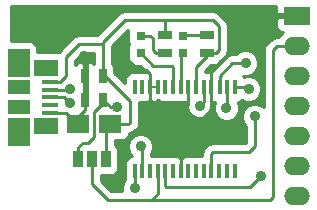
<source format=gtl>
G04 (created by PCBNEW-RS274X (2012-jan-04)-stable) date Fri 25 Jan 2013 15:52:51 CET*
G01*
G70*
G90*
%MOIN*%
G04 Gerber Fmt 3.4, Leading zero omitted, Abs format*
%FSLAX34Y34*%
G04 APERTURE LIST*
%ADD10C,0.006000*%
%ADD11R,0.016000X0.050000*%
%ADD12R,0.035000X0.055000*%
%ADD13R,0.025000X0.045000*%
%ADD14R,0.031400X0.031400*%
%ADD15R,0.045000X0.025000*%
%ADD16R,0.074700X0.046200*%
%ADD17R,0.074700X0.093500*%
%ADD18R,0.082700X0.058000*%
%ADD19R,0.054300X0.017700*%
%ADD20R,0.086600X0.060000*%
%ADD21O,0.086600X0.060000*%
%ADD22R,0.076800X0.059100*%
%ADD23C,0.035000*%
%ADD24C,0.010000*%
%ADD25C,0.008000*%
G04 APERTURE END LIST*
G54D10*
G54D11*
X61002Y-44229D03*
X61252Y-44229D03*
X61512Y-44229D03*
X61772Y-44229D03*
X62022Y-44229D03*
X62282Y-44229D03*
X62542Y-44229D03*
X62792Y-44229D03*
X63052Y-44229D03*
X63302Y-44229D03*
X63562Y-44229D03*
X63822Y-44229D03*
X64072Y-44229D03*
X64332Y-44229D03*
X64332Y-41429D03*
X64072Y-41429D03*
X63832Y-41429D03*
X63562Y-41429D03*
X63302Y-41429D03*
X63052Y-41429D03*
X62792Y-41429D03*
X62542Y-41429D03*
X62282Y-41429D03*
X62022Y-41429D03*
X61772Y-41429D03*
X61512Y-41429D03*
X61252Y-41429D03*
X61002Y-41429D03*
G54D12*
X59580Y-43820D03*
X60040Y-43820D03*
X59130Y-43820D03*
G54D13*
X59350Y-41050D03*
X59950Y-41050D03*
X59350Y-41850D03*
X59950Y-41850D03*
G54D14*
X61200Y-39705D03*
X61200Y-40295D03*
X62600Y-39705D03*
X62600Y-40295D03*
G54D15*
X62000Y-39700D03*
X62000Y-40300D03*
X63400Y-40300D03*
X63400Y-39700D03*
G54D16*
X57140Y-41430D03*
X57140Y-42090D03*
G54D17*
X57140Y-42907D03*
X57140Y-40613D03*
G54D18*
X58045Y-42729D03*
X58045Y-40791D03*
G54D19*
X58187Y-41248D03*
X58187Y-41504D03*
X58187Y-41760D03*
X58187Y-42016D03*
X58187Y-42272D03*
G54D20*
X66400Y-39050D03*
G54D21*
X66400Y-40050D03*
X66400Y-41050D03*
X66400Y-42050D03*
X66400Y-43050D03*
X66400Y-44050D03*
X66400Y-45050D03*
G54D22*
X59109Y-42650D03*
X60191Y-42650D03*
G54D23*
X60400Y-42100D03*
X64700Y-40625D03*
X65000Y-42400D03*
X61200Y-43400D03*
X66400Y-40050D03*
X63180Y-42040D03*
X66400Y-41050D03*
X65200Y-44400D03*
X61000Y-44800D03*
X60700Y-40775D03*
X59300Y-40375D03*
X64800Y-41480D03*
X58840Y-41960D03*
X58860Y-41480D03*
X64060Y-42120D03*
G54D24*
X64250Y-40625D02*
X64700Y-40625D01*
X60200Y-42100D02*
X59950Y-41850D01*
X59650Y-43050D02*
X59650Y-43070D01*
X63832Y-41429D02*
X63832Y-41043D01*
X59650Y-43070D02*
X59440Y-43280D01*
X59440Y-43280D02*
X59280Y-43280D01*
X59280Y-43280D02*
X59130Y-43430D01*
X59130Y-43430D02*
X59130Y-43820D01*
X59950Y-41850D02*
X59950Y-41950D01*
X59650Y-42250D02*
X59950Y-41950D01*
X59650Y-43050D02*
X59650Y-42250D01*
X60400Y-42100D02*
X60200Y-42100D01*
X63832Y-41043D02*
X64250Y-40625D01*
X62000Y-39200D02*
X62000Y-39700D01*
X59950Y-39925D02*
X60675Y-39200D01*
X63800Y-40200D02*
X63700Y-40300D01*
X62000Y-39200D02*
X63600Y-39200D01*
G54D25*
X63400Y-40400D02*
X63400Y-40300D01*
G54D24*
X60675Y-39200D02*
X62000Y-39200D01*
X63700Y-40300D02*
X63400Y-40300D01*
X63600Y-39200D02*
X63800Y-39400D01*
X59140Y-40000D02*
X59950Y-40000D01*
X59950Y-41050D02*
X59950Y-40000D01*
X63052Y-41429D02*
X63052Y-40748D01*
X59950Y-40000D02*
X59950Y-39925D01*
X58187Y-41248D02*
X58512Y-41248D01*
X58720Y-41040D02*
X58720Y-40420D01*
X60860Y-41900D02*
X60860Y-42600D01*
X60040Y-43820D02*
X60040Y-42801D01*
X60810Y-42650D02*
X60191Y-42650D01*
X60040Y-42801D02*
X60191Y-42650D01*
X58720Y-40420D02*
X59140Y-40000D01*
X63052Y-40748D02*
X63400Y-40400D01*
X59950Y-41050D02*
X60010Y-41050D01*
X60010Y-41050D02*
X60860Y-41900D01*
X60860Y-42600D02*
X60810Y-42650D01*
X58512Y-41248D02*
X58720Y-41040D01*
X63800Y-39400D02*
X63800Y-40200D01*
X63600Y-43600D02*
X64800Y-43600D01*
X64800Y-43600D02*
X65000Y-43400D01*
X63562Y-44229D02*
X63562Y-43638D01*
X63562Y-43638D02*
X63600Y-43600D01*
X65000Y-43400D02*
X65000Y-42400D01*
X61252Y-44229D02*
X61252Y-43452D01*
G54D25*
X61252Y-43452D02*
X61200Y-43400D01*
G54D24*
X61460Y-45180D02*
X65520Y-45180D01*
X65750Y-40050D02*
X66400Y-40050D01*
X65600Y-40200D02*
X65750Y-40050D01*
X65600Y-45100D02*
X65600Y-40200D01*
X65520Y-45180D02*
X65600Y-45100D01*
X59580Y-44660D02*
X60100Y-45180D01*
X61564Y-45180D02*
X61772Y-44972D01*
X60100Y-45180D02*
X61460Y-45180D01*
X61460Y-45180D02*
X61564Y-45180D01*
X61772Y-44928D02*
X61772Y-44972D01*
X59580Y-43820D02*
X59580Y-44660D01*
X61772Y-44229D02*
X61772Y-44928D01*
X63302Y-41429D02*
X63302Y-41918D01*
X63302Y-41918D02*
X63180Y-42040D01*
X62022Y-44229D02*
X62022Y-44722D01*
X64850Y-44750D02*
X65200Y-44400D01*
X62022Y-44722D02*
X62050Y-44750D01*
X62050Y-44750D02*
X64850Y-44750D01*
X62542Y-41429D02*
X62542Y-40353D01*
G54D25*
X62542Y-40353D02*
X62600Y-40295D01*
G54D24*
X61002Y-44229D02*
X61002Y-44798D01*
G54D25*
X61002Y-44798D02*
X61000Y-44800D01*
G54D24*
X62282Y-40757D02*
X62250Y-40725D01*
X62282Y-41429D02*
X62282Y-40757D01*
X61630Y-40725D02*
X61200Y-40295D01*
X62250Y-40725D02*
X61630Y-40725D01*
X62542Y-42440D02*
X63280Y-42440D01*
X63562Y-41838D02*
X63562Y-41429D01*
X63562Y-42158D02*
X63562Y-41838D01*
X63280Y-42440D02*
X63562Y-42158D01*
X62542Y-42440D02*
X61460Y-42440D01*
X61512Y-42388D02*
X61512Y-41832D01*
X61460Y-42440D02*
X61512Y-42388D01*
X63562Y-41429D02*
X63562Y-40918D01*
X63562Y-40918D02*
X65430Y-39050D01*
X65430Y-39050D02*
X66400Y-39050D01*
X59350Y-40425D02*
X59300Y-40375D01*
X60775Y-40850D02*
X61375Y-40850D01*
X61375Y-40850D02*
X61512Y-40987D01*
X62542Y-42258D02*
X62792Y-42008D01*
X59350Y-41050D02*
X59350Y-40425D01*
X60700Y-40775D02*
X60775Y-40850D01*
X59350Y-41050D02*
X59350Y-41850D01*
X59109Y-42650D02*
X59109Y-42431D01*
X59109Y-42431D02*
X59350Y-42190D01*
X58731Y-42272D02*
X59109Y-42650D01*
X59350Y-42190D02*
X59350Y-41850D01*
X61512Y-40987D02*
X61512Y-41429D01*
G54D25*
X62792Y-42000D02*
X62792Y-42008D01*
G54D24*
X58187Y-42272D02*
X58731Y-42272D01*
G54D25*
X61512Y-41429D02*
X61772Y-41429D01*
G54D24*
X61512Y-41888D02*
X61512Y-41832D01*
X61512Y-41832D02*
X61512Y-41429D01*
X62792Y-42008D02*
X62792Y-41429D01*
X62542Y-44229D02*
X62542Y-42440D01*
X62542Y-42440D02*
X62542Y-42258D01*
X61600Y-40200D02*
X61600Y-39800D01*
X61600Y-39800D02*
X61505Y-39705D01*
X61505Y-39705D02*
X61200Y-39705D01*
X62000Y-40300D02*
X61700Y-40300D01*
X61700Y-40300D02*
X61600Y-40200D01*
X63400Y-39700D02*
X62605Y-39700D01*
G54D25*
X62605Y-39700D02*
X62600Y-39705D01*
G54D24*
X64749Y-41429D02*
X64332Y-41429D01*
X64800Y-41480D02*
X64749Y-41429D01*
X58640Y-41760D02*
X58840Y-41960D01*
X58187Y-41760D02*
X58640Y-41760D01*
X58836Y-41504D02*
X58860Y-41480D01*
X64060Y-42120D02*
X64072Y-42108D01*
X64072Y-42108D02*
X64072Y-41429D01*
X58187Y-41504D02*
X58836Y-41504D01*
G54D10*
G36*
X59159Y-42700D02*
X59059Y-42700D01*
X59059Y-42600D01*
X59159Y-42600D01*
X59159Y-42700D01*
X59159Y-42700D01*
G37*
G54D24*
X59159Y-42700D02*
X59059Y-42700D01*
X59059Y-42600D01*
X59159Y-42600D01*
X59159Y-42700D01*
G54D10*
G36*
X59650Y-40648D02*
X59616Y-40614D01*
X59524Y-40576D01*
X59462Y-40575D01*
X59400Y-40637D01*
X59400Y-40950D01*
X59400Y-41000D01*
X59400Y-41100D01*
X59400Y-41150D01*
X59400Y-41437D01*
X59400Y-41463D01*
X59400Y-41750D01*
X59400Y-41800D01*
X59400Y-41900D01*
X59300Y-41900D01*
X59300Y-41800D01*
X59300Y-41750D01*
X59300Y-41463D01*
X59300Y-41437D01*
X59300Y-41150D01*
X59300Y-41100D01*
X59300Y-41000D01*
X59300Y-40950D01*
X59300Y-40637D01*
X59238Y-40575D01*
X59176Y-40576D01*
X59084Y-40614D01*
X59020Y-40678D01*
X59020Y-40544D01*
X59264Y-40300D01*
X59650Y-40300D01*
X59650Y-40648D01*
X59650Y-40648D01*
G37*
G54D24*
X59650Y-40648D02*
X59616Y-40614D01*
X59524Y-40576D01*
X59462Y-40575D01*
X59400Y-40637D01*
X59400Y-40950D01*
X59400Y-41000D01*
X59400Y-41100D01*
X59400Y-41150D01*
X59400Y-41437D01*
X59400Y-41463D01*
X59400Y-41750D01*
X59400Y-41800D01*
X59400Y-41900D01*
X59300Y-41900D01*
X59300Y-41800D01*
X59300Y-41750D01*
X59300Y-41463D01*
X59300Y-41437D01*
X59300Y-41150D01*
X59300Y-41100D01*
X59300Y-41000D01*
X59300Y-40950D01*
X59300Y-40637D01*
X59238Y-40575D01*
X59176Y-40576D01*
X59084Y-40614D01*
X59020Y-40678D01*
X59020Y-40544D01*
X59264Y-40300D01*
X59650Y-40300D01*
X59650Y-40648D01*
G54D10*
G36*
X61410Y-40929D02*
X61383Y-40930D01*
X61382Y-40930D01*
X61283Y-40930D01*
X61132Y-40930D01*
X61123Y-40930D01*
X61033Y-40930D01*
X60873Y-40930D01*
X60781Y-40968D01*
X60711Y-41038D01*
X60673Y-41129D01*
X60673Y-41228D01*
X60673Y-41289D01*
X60324Y-40940D01*
X60324Y-40776D01*
X60286Y-40684D01*
X60250Y-40648D01*
X60250Y-40049D01*
X60794Y-39505D01*
X60794Y-39597D01*
X60794Y-39911D01*
X60830Y-39999D01*
X60794Y-40088D01*
X60794Y-40187D01*
X60794Y-40501D01*
X60832Y-40593D01*
X60902Y-40663D01*
X60993Y-40701D01*
X61092Y-40701D01*
X61182Y-40701D01*
X61410Y-40929D01*
X61410Y-40929D01*
G37*
G54D24*
X61410Y-40929D02*
X61383Y-40930D01*
X61382Y-40930D01*
X61283Y-40930D01*
X61132Y-40930D01*
X61123Y-40930D01*
X61033Y-40930D01*
X60873Y-40930D01*
X60781Y-40968D01*
X60711Y-41038D01*
X60673Y-41129D01*
X60673Y-41228D01*
X60673Y-41289D01*
X60324Y-40940D01*
X60324Y-40776D01*
X60286Y-40684D01*
X60250Y-40648D01*
X60250Y-40049D01*
X60794Y-39505D01*
X60794Y-39597D01*
X60794Y-39911D01*
X60830Y-39999D01*
X60794Y-40088D01*
X60794Y-40187D01*
X60794Y-40501D01*
X60832Y-40593D01*
X60902Y-40663D01*
X60993Y-40701D01*
X61092Y-40701D01*
X61182Y-40701D01*
X61410Y-40929D01*
G54D10*
G36*
X66450Y-39100D02*
X66350Y-39100D01*
X66300Y-39100D01*
X65779Y-39100D01*
X65717Y-39162D01*
X65718Y-39399D01*
X65756Y-39491D01*
X65826Y-39561D01*
X65917Y-39599D01*
X65941Y-39599D01*
X65797Y-39744D01*
X65794Y-39750D01*
X65750Y-39750D01*
X65635Y-39773D01*
X65538Y-39838D01*
X65388Y-39988D01*
X65323Y-40085D01*
X65300Y-40200D01*
X65300Y-42099D01*
X65241Y-42040D01*
X65085Y-41975D01*
X64916Y-41975D01*
X64760Y-42039D01*
X64640Y-42159D01*
X64575Y-42315D01*
X64575Y-42484D01*
X64639Y-42640D01*
X64700Y-42701D01*
X64700Y-43275D01*
X64675Y-43300D01*
X63600Y-43300D01*
X63485Y-43323D01*
X63387Y-43388D01*
X63350Y-43426D01*
X63285Y-43523D01*
X63262Y-43638D01*
X63262Y-43730D01*
X63182Y-43730D01*
X63173Y-43730D01*
X63083Y-43730D01*
X62923Y-43730D01*
X62922Y-43730D01*
X62823Y-43730D01*
X62671Y-43730D01*
X62644Y-43729D01*
X62628Y-43744D01*
X62571Y-43768D01*
X62537Y-43802D01*
X62503Y-43768D01*
X62461Y-43750D01*
X62440Y-43729D01*
X62413Y-43730D01*
X62412Y-43730D01*
X62313Y-43730D01*
X62153Y-43730D01*
X62152Y-43730D01*
X62053Y-43730D01*
X61902Y-43730D01*
X61893Y-43730D01*
X61803Y-43730D01*
X61643Y-43730D01*
X61642Y-43730D01*
X61552Y-43730D01*
X61552Y-43649D01*
X61560Y-43641D01*
X61625Y-43485D01*
X61625Y-43316D01*
X61561Y-43160D01*
X61441Y-43040D01*
X61285Y-42975D01*
X61116Y-42975D01*
X60960Y-43039D01*
X60840Y-43159D01*
X60775Y-43315D01*
X60775Y-43484D01*
X60839Y-43640D01*
X60929Y-43730D01*
X60873Y-43730D01*
X60781Y-43768D01*
X60711Y-43838D01*
X60673Y-43929D01*
X60673Y-44028D01*
X60673Y-44526D01*
X60640Y-44559D01*
X60575Y-44715D01*
X60575Y-44880D01*
X60224Y-44880D01*
X59880Y-44536D01*
X59880Y-44344D01*
X59914Y-44344D01*
X60264Y-44344D01*
X60356Y-44306D01*
X60426Y-44236D01*
X60464Y-44145D01*
X60464Y-44046D01*
X60464Y-43496D01*
X60426Y-43404D01*
X60356Y-43334D01*
X60340Y-43327D01*
X60340Y-43194D01*
X60624Y-43194D01*
X60716Y-43156D01*
X60786Y-43086D01*
X60824Y-42995D01*
X60824Y-42947D01*
X60925Y-42927D01*
X61022Y-42862D01*
X61072Y-42813D01*
X61072Y-42812D01*
X61137Y-42715D01*
X61159Y-42601D01*
X61160Y-42600D01*
X61160Y-41928D01*
X61221Y-41928D01*
X61381Y-41928D01*
X61382Y-41927D01*
X61383Y-41928D01*
X61410Y-41929D01*
X61432Y-41906D01*
X61473Y-41890D01*
X61512Y-41851D01*
X61551Y-41890D01*
X61591Y-41906D01*
X61614Y-41929D01*
X61641Y-41928D01*
X61642Y-41927D01*
X61643Y-41928D01*
X61670Y-41929D01*
X61692Y-41906D01*
X61733Y-41890D01*
X61767Y-41856D01*
X61801Y-41890D01*
X61859Y-41914D01*
X61874Y-41929D01*
X61892Y-41928D01*
X61901Y-41928D01*
X61991Y-41928D01*
X62151Y-41928D01*
X62151Y-41927D01*
X62152Y-41928D01*
X62251Y-41928D01*
X62411Y-41928D01*
X62411Y-41927D01*
X62412Y-41928D01*
X62511Y-41928D01*
X62663Y-41928D01*
X62671Y-41928D01*
X62690Y-41929D01*
X62692Y-41926D01*
X62692Y-41929D01*
X62765Y-41929D01*
X62755Y-41955D01*
X62755Y-42124D01*
X62819Y-42280D01*
X62939Y-42400D01*
X63095Y-42465D01*
X63264Y-42465D01*
X63420Y-42401D01*
X63540Y-42281D01*
X63605Y-42125D01*
X63605Y-41956D01*
X63597Y-41938D01*
X63598Y-41929D01*
X63662Y-41929D01*
X63662Y-41927D01*
X63664Y-41929D01*
X63679Y-41928D01*
X63635Y-42035D01*
X63635Y-42204D01*
X63699Y-42360D01*
X63819Y-42480D01*
X63975Y-42545D01*
X64144Y-42545D01*
X64300Y-42481D01*
X64420Y-42361D01*
X64485Y-42205D01*
X64485Y-42036D01*
X64440Y-41928D01*
X64461Y-41928D01*
X64553Y-41890D01*
X64590Y-41852D01*
X64715Y-41905D01*
X64884Y-41905D01*
X65040Y-41841D01*
X65160Y-41721D01*
X65225Y-41565D01*
X65225Y-41396D01*
X65161Y-41240D01*
X65041Y-41120D01*
X64885Y-41055D01*
X64716Y-41055D01*
X64642Y-41085D01*
X64627Y-41050D01*
X64784Y-41050D01*
X64940Y-40986D01*
X65060Y-40866D01*
X65125Y-40710D01*
X65125Y-40541D01*
X65061Y-40385D01*
X64941Y-40265D01*
X64785Y-40200D01*
X64616Y-40200D01*
X64460Y-40264D01*
X64399Y-40325D01*
X64250Y-40325D01*
X64135Y-40348D01*
X64038Y-40413D01*
X63620Y-40831D01*
X63555Y-40928D01*
X63554Y-40929D01*
X63462Y-40929D01*
X63462Y-40931D01*
X63460Y-40929D01*
X63433Y-40930D01*
X63432Y-40930D01*
X63352Y-40930D01*
X63352Y-40872D01*
X63550Y-40674D01*
X63674Y-40674D01*
X63766Y-40636D01*
X63836Y-40566D01*
X63837Y-40561D01*
X63912Y-40512D01*
X64012Y-40412D01*
X64077Y-40315D01*
X64100Y-40200D01*
X64100Y-39400D01*
X64099Y-39399D01*
X64077Y-39285D01*
X64012Y-39188D01*
X64012Y-39187D01*
X63812Y-38988D01*
X63715Y-38923D01*
X63600Y-38900D01*
X62000Y-38900D01*
X60675Y-38900D01*
X60560Y-38923D01*
X60463Y-38988D01*
X59751Y-39700D01*
X59140Y-39700D01*
X59025Y-39723D01*
X58928Y-39788D01*
X58927Y-39788D01*
X58927Y-39789D01*
X58508Y-40208D01*
X58478Y-40252D01*
X58409Y-40252D01*
X57762Y-40252D01*
X57762Y-40097D01*
X57724Y-40005D01*
X57654Y-39935D01*
X57563Y-39897D01*
X57464Y-39897D01*
X56885Y-39897D01*
X56885Y-38725D01*
X65717Y-38725D01*
X65717Y-38938D01*
X65779Y-39000D01*
X66300Y-39000D01*
X66350Y-39000D01*
X66450Y-39000D01*
X66450Y-39100D01*
X66450Y-39100D01*
G37*
G54D24*
X66450Y-39100D02*
X66350Y-39100D01*
X66300Y-39100D01*
X65779Y-39100D01*
X65717Y-39162D01*
X65718Y-39399D01*
X65756Y-39491D01*
X65826Y-39561D01*
X65917Y-39599D01*
X65941Y-39599D01*
X65797Y-39744D01*
X65794Y-39750D01*
X65750Y-39750D01*
X65635Y-39773D01*
X65538Y-39838D01*
X65388Y-39988D01*
X65323Y-40085D01*
X65300Y-40200D01*
X65300Y-42099D01*
X65241Y-42040D01*
X65085Y-41975D01*
X64916Y-41975D01*
X64760Y-42039D01*
X64640Y-42159D01*
X64575Y-42315D01*
X64575Y-42484D01*
X64639Y-42640D01*
X64700Y-42701D01*
X64700Y-43275D01*
X64675Y-43300D01*
X63600Y-43300D01*
X63485Y-43323D01*
X63387Y-43388D01*
X63350Y-43426D01*
X63285Y-43523D01*
X63262Y-43638D01*
X63262Y-43730D01*
X63182Y-43730D01*
X63173Y-43730D01*
X63083Y-43730D01*
X62923Y-43730D01*
X62922Y-43730D01*
X62823Y-43730D01*
X62671Y-43730D01*
X62644Y-43729D01*
X62628Y-43744D01*
X62571Y-43768D01*
X62537Y-43802D01*
X62503Y-43768D01*
X62461Y-43750D01*
X62440Y-43729D01*
X62413Y-43730D01*
X62412Y-43730D01*
X62313Y-43730D01*
X62153Y-43730D01*
X62152Y-43730D01*
X62053Y-43730D01*
X61902Y-43730D01*
X61893Y-43730D01*
X61803Y-43730D01*
X61643Y-43730D01*
X61642Y-43730D01*
X61552Y-43730D01*
X61552Y-43649D01*
X61560Y-43641D01*
X61625Y-43485D01*
X61625Y-43316D01*
X61561Y-43160D01*
X61441Y-43040D01*
X61285Y-42975D01*
X61116Y-42975D01*
X60960Y-43039D01*
X60840Y-43159D01*
X60775Y-43315D01*
X60775Y-43484D01*
X60839Y-43640D01*
X60929Y-43730D01*
X60873Y-43730D01*
X60781Y-43768D01*
X60711Y-43838D01*
X60673Y-43929D01*
X60673Y-44028D01*
X60673Y-44526D01*
X60640Y-44559D01*
X60575Y-44715D01*
X60575Y-44880D01*
X60224Y-44880D01*
X59880Y-44536D01*
X59880Y-44344D01*
X59914Y-44344D01*
X60264Y-44344D01*
X60356Y-44306D01*
X60426Y-44236D01*
X60464Y-44145D01*
X60464Y-44046D01*
X60464Y-43496D01*
X60426Y-43404D01*
X60356Y-43334D01*
X60340Y-43327D01*
X60340Y-43194D01*
X60624Y-43194D01*
X60716Y-43156D01*
X60786Y-43086D01*
X60824Y-42995D01*
X60824Y-42947D01*
X60925Y-42927D01*
X61022Y-42862D01*
X61072Y-42813D01*
X61072Y-42812D01*
X61137Y-42715D01*
X61159Y-42601D01*
X61160Y-42600D01*
X61160Y-41928D01*
X61221Y-41928D01*
X61381Y-41928D01*
X61382Y-41927D01*
X61383Y-41928D01*
X61410Y-41929D01*
X61432Y-41906D01*
X61473Y-41890D01*
X61512Y-41851D01*
X61551Y-41890D01*
X61591Y-41906D01*
X61614Y-41929D01*
X61641Y-41928D01*
X61642Y-41927D01*
X61643Y-41928D01*
X61670Y-41929D01*
X61692Y-41906D01*
X61733Y-41890D01*
X61767Y-41856D01*
X61801Y-41890D01*
X61859Y-41914D01*
X61874Y-41929D01*
X61892Y-41928D01*
X61901Y-41928D01*
X61991Y-41928D01*
X62151Y-41928D01*
X62151Y-41927D01*
X62152Y-41928D01*
X62251Y-41928D01*
X62411Y-41928D01*
X62411Y-41927D01*
X62412Y-41928D01*
X62511Y-41928D01*
X62663Y-41928D01*
X62671Y-41928D01*
X62690Y-41929D01*
X62692Y-41926D01*
X62692Y-41929D01*
X62765Y-41929D01*
X62755Y-41955D01*
X62755Y-42124D01*
X62819Y-42280D01*
X62939Y-42400D01*
X63095Y-42465D01*
X63264Y-42465D01*
X63420Y-42401D01*
X63540Y-42281D01*
X63605Y-42125D01*
X63605Y-41956D01*
X63597Y-41938D01*
X63598Y-41929D01*
X63662Y-41929D01*
X63662Y-41927D01*
X63664Y-41929D01*
X63679Y-41928D01*
X63635Y-42035D01*
X63635Y-42204D01*
X63699Y-42360D01*
X63819Y-42480D01*
X63975Y-42545D01*
X64144Y-42545D01*
X64300Y-42481D01*
X64420Y-42361D01*
X64485Y-42205D01*
X64485Y-42036D01*
X64440Y-41928D01*
X64461Y-41928D01*
X64553Y-41890D01*
X64590Y-41852D01*
X64715Y-41905D01*
X64884Y-41905D01*
X65040Y-41841D01*
X65160Y-41721D01*
X65225Y-41565D01*
X65225Y-41396D01*
X65161Y-41240D01*
X65041Y-41120D01*
X64885Y-41055D01*
X64716Y-41055D01*
X64642Y-41085D01*
X64627Y-41050D01*
X64784Y-41050D01*
X64940Y-40986D01*
X65060Y-40866D01*
X65125Y-40710D01*
X65125Y-40541D01*
X65061Y-40385D01*
X64941Y-40265D01*
X64785Y-40200D01*
X64616Y-40200D01*
X64460Y-40264D01*
X64399Y-40325D01*
X64250Y-40325D01*
X64135Y-40348D01*
X64038Y-40413D01*
X63620Y-40831D01*
X63555Y-40928D01*
X63554Y-40929D01*
X63462Y-40929D01*
X63462Y-40931D01*
X63460Y-40929D01*
X63433Y-40930D01*
X63432Y-40930D01*
X63352Y-40930D01*
X63352Y-40872D01*
X63550Y-40674D01*
X63674Y-40674D01*
X63766Y-40636D01*
X63836Y-40566D01*
X63837Y-40561D01*
X63912Y-40512D01*
X64012Y-40412D01*
X64077Y-40315D01*
X64100Y-40200D01*
X64100Y-39400D01*
X64099Y-39399D01*
X64077Y-39285D01*
X64012Y-39188D01*
X64012Y-39187D01*
X63812Y-38988D01*
X63715Y-38923D01*
X63600Y-38900D01*
X62000Y-38900D01*
X60675Y-38900D01*
X60560Y-38923D01*
X60463Y-38988D01*
X59751Y-39700D01*
X59140Y-39700D01*
X59025Y-39723D01*
X58928Y-39788D01*
X58927Y-39788D01*
X58927Y-39789D01*
X58508Y-40208D01*
X58478Y-40252D01*
X58409Y-40252D01*
X57762Y-40252D01*
X57762Y-40097D01*
X57724Y-40005D01*
X57654Y-39935D01*
X57563Y-39897D01*
X57464Y-39897D01*
X56885Y-39897D01*
X56885Y-38725D01*
X65717Y-38725D01*
X65717Y-38938D01*
X65779Y-39000D01*
X66300Y-39000D01*
X66350Y-39000D01*
X66450Y-39000D01*
X66450Y-39100D01*
M02*

</source>
